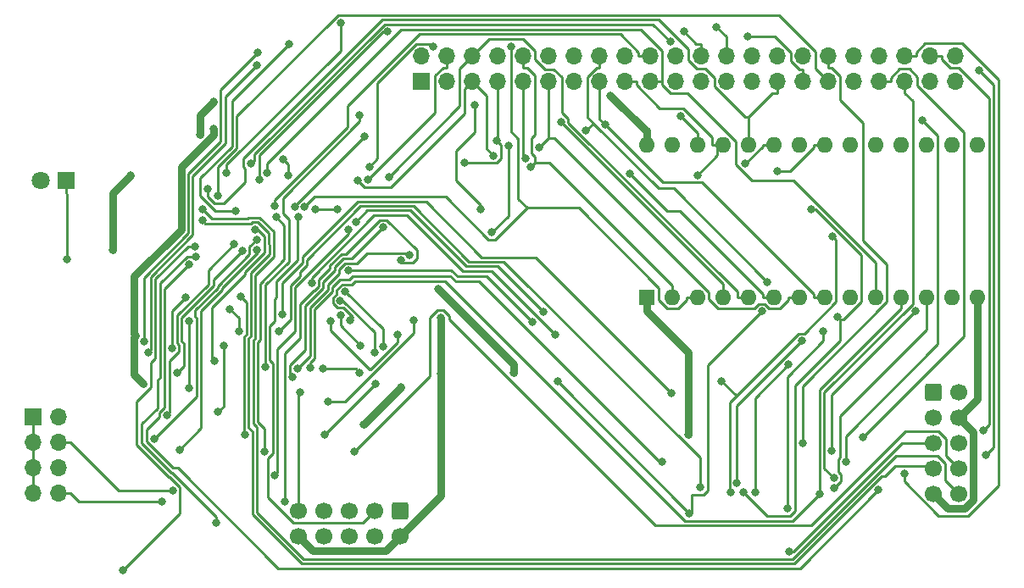
<source format=gbr>
G04 #@! TF.GenerationSoftware,KiCad,Pcbnew,8.0.1*
G04 #@! TF.CreationDate,2024-04-11T14:17:07+02:00*
G04 #@! TF.ProjectId,tipi,74697069-2e6b-4696-9361-645f70636258,2*
G04 #@! TF.SameCoordinates,Original*
G04 #@! TF.FileFunction,Copper,L2,Bot*
G04 #@! TF.FilePolarity,Positive*
%FSLAX46Y46*%
G04 Gerber Fmt 4.6, Leading zero omitted, Abs format (unit mm)*
G04 Created by KiCad (PCBNEW 8.0.1) date 2024-04-11 14:17:07*
%MOMM*%
%LPD*%
G01*
G04 APERTURE LIST*
G04 Aperture macros list*
%AMRoundRect*
0 Rectangle with rounded corners*
0 $1 Rounding radius*
0 $2 $3 $4 $5 $6 $7 $8 $9 X,Y pos of 4 corners*
0 Add a 4 corners polygon primitive as box body*
4,1,4,$2,$3,$4,$5,$6,$7,$8,$9,$2,$3,0*
0 Add four circle primitives for the rounded corners*
1,1,$1+$1,$2,$3*
1,1,$1+$1,$4,$5*
1,1,$1+$1,$6,$7*
1,1,$1+$1,$8,$9*
0 Add four rect primitives between the rounded corners*
20,1,$1+$1,$2,$3,$4,$5,0*
20,1,$1+$1,$4,$5,$6,$7,0*
20,1,$1+$1,$6,$7,$8,$9,0*
20,1,$1+$1,$8,$9,$2,$3,0*%
G04 Aperture macros list end*
G04 #@! TA.AperFunction,ComponentPad*
%ADD10RoundRect,0.250000X-0.600000X0.600000X-0.600000X-0.600000X0.600000X-0.600000X0.600000X0.600000X0*%
G04 #@! TD*
G04 #@! TA.AperFunction,ComponentPad*
%ADD11C,1.700000*%
G04 #@! TD*
G04 #@! TA.AperFunction,ComponentPad*
%ADD12R,1.800000X1.800000*%
G04 #@! TD*
G04 #@! TA.AperFunction,ComponentPad*
%ADD13C,1.800000*%
G04 #@! TD*
G04 #@! TA.AperFunction,ComponentPad*
%ADD14RoundRect,0.250000X-0.600000X-0.600000X0.600000X-0.600000X0.600000X0.600000X-0.600000X0.600000X0*%
G04 #@! TD*
G04 #@! TA.AperFunction,ComponentPad*
%ADD15R,1.700000X1.700000*%
G04 #@! TD*
G04 #@! TA.AperFunction,ComponentPad*
%ADD16O,1.700000X1.700000*%
G04 #@! TD*
G04 #@! TA.AperFunction,ComponentPad*
%ADD17R,1.600000X1.600000*%
G04 #@! TD*
G04 #@! TA.AperFunction,ComponentPad*
%ADD18O,1.600000X1.600000*%
G04 #@! TD*
G04 #@! TA.AperFunction,ViaPad*
%ADD19C,0.800000*%
G04 #@! TD*
G04 #@! TA.AperFunction,Conductor*
%ADD20C,0.750000*%
G04 #@! TD*
G04 #@! TA.AperFunction,Conductor*
%ADD21C,0.250000*%
G04 #@! TD*
G04 APERTURE END LIST*
D10*
X75285600Y-149021800D03*
D11*
X75285600Y-151561800D03*
X72745600Y-149021800D03*
X72745600Y-151561800D03*
X70205600Y-149021800D03*
X70205600Y-151561800D03*
X67665600Y-149021800D03*
X67665600Y-151561800D03*
X65125600Y-149021800D03*
X65125600Y-151561800D03*
D12*
X41889600Y-116027200D03*
D13*
X39349600Y-116027200D03*
D14*
X128549400Y-137160000D03*
D11*
X131089400Y-137160000D03*
X128549400Y-139700000D03*
X131089400Y-139700000D03*
X128549400Y-142240000D03*
X131089400Y-142240000D03*
X128549400Y-144780000D03*
X131089400Y-144780000D03*
X128549400Y-147320000D03*
X131089400Y-147320000D03*
D15*
X38608000Y-139598400D03*
D16*
X41148000Y-139598400D03*
X38608000Y-142138400D03*
X41148000Y-142138400D03*
X38608000Y-144678400D03*
X41148000Y-144678400D03*
X38608000Y-147218400D03*
X41148000Y-147218400D03*
D17*
X99923600Y-127635000D03*
D18*
X102463600Y-127635000D03*
X105003600Y-127635000D03*
X107543600Y-127635000D03*
X110083600Y-127635000D03*
X112623600Y-127635000D03*
X115163600Y-127635000D03*
X117703600Y-127635000D03*
X120243600Y-127635000D03*
X122783600Y-127635000D03*
X125323600Y-127635000D03*
X127863600Y-127635000D03*
X130403600Y-127635000D03*
X132943600Y-127635000D03*
X132943600Y-112395000D03*
X130403600Y-112395000D03*
X127863600Y-112395000D03*
X125323600Y-112395000D03*
X122783600Y-112395000D03*
X120243600Y-112395000D03*
X117703600Y-112395000D03*
X115163600Y-112395000D03*
X112623600Y-112395000D03*
X110083600Y-112395000D03*
X107543600Y-112395000D03*
X105003600Y-112395000D03*
X102463600Y-112395000D03*
X99923600Y-112395000D03*
D15*
X77419200Y-106070400D03*
D16*
X77419200Y-103530400D03*
X79959200Y-106070400D03*
X79959200Y-103530400D03*
X82499200Y-106070400D03*
X82499200Y-103530400D03*
X85039200Y-106070400D03*
X85039200Y-103530400D03*
X87579200Y-106070400D03*
X87579200Y-103530400D03*
X90119200Y-106070400D03*
X90119200Y-103530400D03*
X92659200Y-106070400D03*
X92659200Y-103530400D03*
X95199200Y-106070400D03*
X95199200Y-103530400D03*
X97739200Y-106070400D03*
X97739200Y-103530400D03*
X100279200Y-106070400D03*
X100279200Y-103530400D03*
X102819200Y-106070400D03*
X102819200Y-103530400D03*
X105359200Y-106070400D03*
X105359200Y-103530400D03*
X107899200Y-106070400D03*
X107899200Y-103530400D03*
X110439200Y-106070400D03*
X110439200Y-103530400D03*
X112979200Y-106070400D03*
X112979200Y-103530400D03*
X115519200Y-106070400D03*
X115519200Y-103530400D03*
X118059200Y-106070400D03*
X118059200Y-103530400D03*
X120599200Y-106070400D03*
X120599200Y-103530400D03*
X123139200Y-106070400D03*
X123139200Y-103530400D03*
X125679200Y-106070400D03*
X125679200Y-103530400D03*
X128219200Y-106070400D03*
X128219200Y-103530400D03*
X130759200Y-106070400D03*
X130759200Y-103530400D03*
D19*
X64084200Y-115493800D03*
X57669000Y-132511800D03*
X71675100Y-140343000D03*
X75402051Y-136616049D03*
X63576200Y-113893600D03*
X49653500Y-136318000D03*
X57123100Y-139125000D03*
X56632100Y-110816000D03*
X53401800Y-120882000D03*
X86614400Y-135210000D03*
X79065800Y-126795000D03*
X48874800Y-131461000D03*
X55264200Y-111382000D03*
X67538600Y-134823200D03*
X79309700Y-129735000D03*
X48361600Y-115468000D03*
X58293000Y-128880000D03*
X83286600Y-118846600D03*
X66827400Y-118872000D03*
X56632100Y-108112000D03*
X69037200Y-118872000D03*
X71247000Y-135178800D03*
X59156600Y-131039000D03*
X46609000Y-122958000D03*
X79324200Y-135255000D03*
X82753200Y-108483400D03*
X96282700Y-107497000D03*
X104114000Y-141388000D03*
X65088100Y-119642000D03*
X65317500Y-137125000D03*
X72092000Y-115933000D03*
X84602900Y-113491000D03*
X71027300Y-115968000D03*
X112992000Y-115030000D03*
X74142600Y-115646200D03*
X84912400Y-112038000D03*
X81727500Y-114167000D03*
X109783000Y-114304000D03*
X98198600Y-115319000D03*
X72199500Y-114604000D03*
X78570200Y-102614000D03*
X87820300Y-113750000D03*
X88345900Y-114642000D03*
X89147800Y-112664000D03*
X86402500Y-102611000D03*
X65751900Y-118593000D03*
X95743400Y-110408000D03*
X111955000Y-126131000D03*
X93864200Y-110985000D03*
X71706000Y-111586000D03*
X64750100Y-118641000D03*
X89567600Y-129087000D03*
X104996000Y-115461000D03*
X70870600Y-120133000D03*
X91343000Y-110130000D03*
X61997400Y-115195532D03*
X62769100Y-118569000D03*
X53831900Y-127642000D03*
X50098400Y-133180000D03*
X52487500Y-132717000D03*
X60955600Y-104490000D03*
X103633000Y-101123000D03*
X49679000Y-132089000D03*
X61053100Y-103220000D03*
X58851800Y-119024000D03*
X106899000Y-100636000D03*
X64166300Y-102318000D03*
X56100300Y-116798000D03*
X74046900Y-101099000D03*
X61272400Y-115886000D03*
X60389700Y-114334000D03*
X110010000Y-101605000D03*
X102254000Y-102075000D03*
X57962800Y-115214000D03*
X69356200Y-100212000D03*
X57095500Y-117526000D03*
X121516000Y-141654000D03*
X133540000Y-140923000D03*
X125634000Y-145304000D03*
X115475000Y-142218000D03*
X118614000Y-145716000D03*
X133781000Y-143417000D03*
X133123000Y-105013000D03*
X126780000Y-129047000D03*
X118393000Y-142996000D03*
X119787000Y-144115000D03*
X127445000Y-109969000D03*
X62884500Y-119631000D03*
X70726900Y-143107000D03*
X61716300Y-143107000D03*
X63520800Y-129389000D03*
X102394000Y-137254000D03*
X55523400Y-120003000D03*
X54813200Y-122555000D03*
X47638600Y-154912000D03*
X114139000Y-153080000D03*
X55530200Y-118880000D03*
X54864000Y-123571000D03*
X56873100Y-150220000D03*
X56750889Y-134040680D03*
X60839000Y-120919000D03*
X70159500Y-120889000D03*
X52566300Y-146958000D03*
X62779300Y-145477000D03*
X73565300Y-120662000D03*
X64520619Y-135641936D03*
X63737000Y-148060000D03*
X75370200Y-123987000D03*
X51465200Y-148060000D03*
X54186200Y-136740000D03*
X68067900Y-138125000D03*
X76631800Y-129921000D03*
X54206000Y-130004000D03*
X70101500Y-124974000D03*
X88504600Y-130150000D03*
X61811200Y-134584000D03*
X71257100Y-109501000D03*
X103270000Y-109518000D03*
X76251300Y-123451000D03*
X84458700Y-121177000D03*
X86081900Y-112490000D03*
X65072892Y-134748908D03*
X63143700Y-131072000D03*
X105253000Y-146635000D03*
X111408000Y-129046000D03*
X72855300Y-136288000D03*
X104180000Y-149272000D03*
X67790300Y-141353000D03*
X90996750Y-136056350D03*
X59342400Y-127610000D03*
X59781300Y-141353000D03*
X101412000Y-144072000D03*
X66344800Y-134696200D03*
X66438600Y-126255000D03*
X115425000Y-132019000D03*
X90805800Y-131403000D03*
X108936000Y-146208000D03*
X109588000Y-147132000D03*
X116352000Y-118827000D03*
X68310100Y-130033000D03*
X118962000Y-129625000D03*
X75057000Y-131373000D03*
X73570700Y-132570000D03*
X113954000Y-148732000D03*
X117552000Y-131086000D03*
X69817700Y-127092000D03*
X69326900Y-129451000D03*
X107394000Y-136038000D03*
X118438000Y-121543000D03*
X108320000Y-147142000D03*
X71331700Y-132490000D03*
X110759000Y-147103000D03*
X72731000Y-133147000D03*
X114094000Y-134385000D03*
X69306700Y-127998000D03*
X123060000Y-146915000D03*
X118642000Y-146718000D03*
X54215100Y-124389000D03*
X70263700Y-129961000D03*
X117229000Y-147349000D03*
X42018900Y-123834000D03*
X60943800Y-121921000D03*
X50705500Y-141772000D03*
X60982800Y-122923000D03*
X53229800Y-142877000D03*
X59529300Y-122981000D03*
X53027500Y-135176000D03*
X58706100Y-122368000D03*
X51982700Y-139468000D03*
D20*
X48874800Y-131461000D02*
X48702300Y-131633000D01*
X56632100Y-110816000D02*
X56632100Y-111395000D01*
X53401800Y-120882000D02*
X48706000Y-125578000D01*
X71675100Y-140343000D02*
X75402051Y-136616049D01*
X48706000Y-131292000D02*
X48874800Y-131461000D01*
X86614400Y-135210000D02*
X86614400Y-134344000D01*
D21*
X57669000Y-138579000D02*
X57669000Y-132511800D01*
X57123100Y-139125000D02*
X57669000Y-138579000D01*
D20*
X53401800Y-114626000D02*
X53401800Y-120882000D01*
D21*
X64084200Y-115493800D02*
X64084200Y-114401600D01*
D20*
X48706000Y-125578000D02*
X48706000Y-131292000D01*
X56632100Y-111395000D02*
X53401800Y-114626000D01*
X48702300Y-131633000D02*
X48702300Y-135366000D01*
X48702300Y-135366000D02*
X49653500Y-136318000D01*
X86614400Y-134344000D02*
X79065800Y-126795000D01*
D21*
X64084200Y-114401600D02*
X63576200Y-113893600D01*
X128549400Y-147320400D02*
X128549400Y-147320000D01*
D20*
X128549400Y-147320400D02*
X128549000Y-147320000D01*
X131831000Y-138958400D02*
X131089000Y-139700000D01*
D21*
X83286600Y-118414800D02*
X83286600Y-118846600D01*
X65125600Y-151562000D02*
X65125600Y-151561800D01*
D20*
X66567400Y-153004000D02*
X65125600Y-151562000D01*
D21*
X132943600Y-130143600D02*
X132943600Y-127635000D01*
D20*
X132944000Y-127635000D02*
X132944000Y-130144000D01*
D21*
X80873600Y-116001800D02*
X83286600Y-118414800D01*
D20*
X131686000Y-148779000D02*
X130009000Y-148779000D01*
D21*
X132944000Y-130144000D02*
X132943600Y-130143600D01*
X75285700Y-151562000D02*
X75285600Y-151561900D01*
D20*
X132944000Y-132653000D02*
X132944000Y-137846000D01*
D21*
X128914000Y-147685000D02*
X128549400Y-147320400D01*
X75285600Y-151562000D02*
X75285700Y-151562000D01*
D20*
X79309700Y-134848594D02*
X79324200Y-134863094D01*
D21*
X82753200Y-111125000D02*
X80873600Y-113004600D01*
X75285600Y-151561900D02*
X75285600Y-151561800D01*
D20*
X75285700Y-151562000D02*
X75285600Y-151562000D01*
D21*
X59156600Y-129743600D02*
X59156600Y-131039000D01*
D20*
X79324204Y-147523496D02*
X79324204Y-135255004D01*
X128914000Y-147685000D02*
X128549400Y-147320400D01*
X79309700Y-129735000D02*
X79309700Y-134848594D01*
X132561000Y-141172000D02*
X132561000Y-147904000D01*
D21*
X66827400Y-118872000D02*
X69037200Y-118872000D01*
D20*
X55264200Y-109480000D02*
X55264200Y-111382000D01*
X73843800Y-153004000D02*
X66567400Y-153004000D01*
D21*
X132944000Y-130144000D02*
X132944000Y-127635000D01*
X70891400Y-134823200D02*
X71247000Y-135178800D01*
X80873600Y-113004600D02*
X80873600Y-116001800D01*
X82753200Y-108483400D02*
X82753200Y-111125000D01*
D20*
X131089000Y-139700000D02*
X132561000Y-141172000D01*
X75285600Y-151562000D02*
X73843800Y-153004000D01*
X130009000Y-148779000D02*
X129279000Y-148050000D01*
X46609000Y-117221000D02*
X46609000Y-122958000D01*
D21*
X67538600Y-134823200D02*
X70891400Y-134823200D01*
D20*
X132561000Y-147904000D02*
X131686000Y-148779000D01*
D21*
X132944000Y-132653000D02*
X132944000Y-130144000D01*
X131831000Y-138958400D02*
X131089400Y-139700000D01*
D20*
X75285700Y-151562000D02*
X79324204Y-147523496D01*
X132944000Y-130144000D02*
X132944000Y-132653000D01*
X129279000Y-148050000D02*
X128914000Y-147685000D01*
X56632100Y-108112000D02*
X55264200Y-109480000D01*
X79324204Y-135255004D02*
X79324200Y-135255000D01*
D21*
X129279000Y-148050000D02*
X128914000Y-147685000D01*
X128549400Y-147320400D02*
X128549000Y-147320000D01*
D20*
X48361600Y-115468000D02*
X46609000Y-117221000D01*
X132944000Y-137846000D02*
X131831000Y-138958400D01*
D21*
X58293000Y-128880000D02*
X59156600Y-129743600D01*
D20*
X79324200Y-134863094D02*
X79324200Y-135255000D01*
X104114000Y-133202000D02*
X99923600Y-129012000D01*
X99803900Y-111018000D02*
X96282700Y-107497000D01*
X99923600Y-111018000D02*
X99803900Y-111018000D01*
X99923600Y-129012000D02*
X99923600Y-127635000D01*
X99923600Y-112395000D02*
X99923600Y-111018000D01*
X104114000Y-141388000D02*
X104114000Y-133202000D01*
D21*
X62794000Y-127850000D02*
X62956000Y-127688000D01*
X65070900Y-119660000D02*
X65088100Y-119642000D01*
X62956000Y-127688000D02*
X62956000Y-126089000D01*
X62272300Y-130557000D02*
X62794000Y-130035000D01*
X71562400Y-150205000D02*
X64634100Y-150205000D01*
X62052500Y-147623000D02*
X62052500Y-143798000D01*
X62272300Y-133949084D02*
X62272300Y-130557000D01*
X62794000Y-130035000D02*
X62794000Y-127850000D01*
X62586200Y-143264300D02*
X62586200Y-134262984D01*
X65070900Y-123974000D02*
X65070900Y-119660000D01*
X64634100Y-150205000D02*
X62052500Y-147623000D01*
X62586200Y-134262984D02*
X62272300Y-133949084D01*
X62956000Y-126089000D02*
X65070900Y-123974000D01*
X62052500Y-143798000D02*
X62586200Y-143264300D01*
X72745600Y-149021800D02*
X71562400Y-150205000D01*
X65125600Y-137317000D02*
X65317500Y-137125000D01*
X65125600Y-149022000D02*
X65125600Y-149021800D01*
X65125600Y-149021800D02*
X65125600Y-137317000D01*
X79959200Y-104707000D02*
X79591400Y-104707000D01*
X78782500Y-105516000D02*
X78782500Y-109243000D01*
X79959200Y-103530400D02*
X79959200Y-104707000D01*
X79591400Y-104707000D02*
X78782500Y-105516000D01*
X79959200Y-103530000D02*
X79959200Y-103530400D01*
X78782500Y-109243000D02*
X72092000Y-115933000D01*
X74369400Y-116664000D02*
X81737200Y-109296200D01*
X117703600Y-112395000D02*
X116577000Y-112395000D01*
X71722900Y-116664000D02*
X74369400Y-116664000D01*
X117704000Y-112395000D02*
X117703600Y-112395000D01*
X84602900Y-113491000D02*
X83921600Y-112809700D01*
X82499200Y-106070400D02*
X82499200Y-106070000D01*
X71027300Y-115968000D02*
X71722900Y-116664000D01*
X81737200Y-109296200D02*
X81737200Y-106832400D01*
X116577000Y-112395000D02*
X116577000Y-112677000D01*
X116577000Y-112677000D02*
X114223000Y-115030000D01*
X114223000Y-115030000D02*
X112992000Y-115030000D01*
X83921600Y-112809700D02*
X83921600Y-107492800D01*
X83921600Y-107492800D02*
X82499200Y-106070400D01*
X81737200Y-106832400D02*
X82499200Y-106070400D01*
X90625500Y-104856000D02*
X89765700Y-104856000D01*
X92069700Y-109829000D02*
X91440500Y-109200000D01*
X92069700Y-110218000D02*
X92069700Y-109829000D01*
X81229300Y-108559500D02*
X74142600Y-115646200D01*
X82499600Y-103530000D02*
X81229300Y-104800300D01*
X88755900Y-103846000D02*
X88755900Y-103031000D01*
X108957000Y-127105000D02*
X92069700Y-110218000D01*
X110084000Y-127635000D02*
X110083600Y-127635000D01*
X108957000Y-127635000D02*
X108957000Y-127105000D01*
X82499600Y-103530000D02*
X82499200Y-103530400D01*
X88755900Y-103031000D02*
X87544500Y-101819000D01*
X89765700Y-104856000D02*
X88755900Y-103846000D01*
X110083600Y-127635000D02*
X108957000Y-127635000D01*
X91440500Y-109200000D02*
X91440500Y-105671000D01*
X91440500Y-105671000D02*
X90625500Y-104856000D01*
X84210600Y-101819000D02*
X82499600Y-103530000D01*
X81229300Y-104800300D02*
X81229300Y-108559500D01*
X87544500Y-101819000D02*
X84210600Y-101819000D01*
X111497000Y-112395000D02*
X111497000Y-112590000D01*
X85337200Y-113785000D02*
X84903900Y-114218000D01*
X112623600Y-112395000D02*
X111497000Y-112395000D01*
X85039200Y-106070400D02*
X85039200Y-111911000D01*
X85039200Y-111911000D02*
X84912400Y-112038000D01*
X85337200Y-112463000D02*
X85337200Y-113785000D01*
X84903900Y-114218000D02*
X81778800Y-114218000D01*
X111497000Y-112590000D02*
X109783000Y-114304000D01*
X84912400Y-112038000D02*
X85337200Y-112463000D01*
X85039200Y-106070000D02*
X85039200Y-106070400D01*
X81778800Y-114218000D02*
X81727500Y-114167000D01*
X112624000Y-112395000D02*
X112623600Y-112395000D01*
X101942000Y-119063000D02*
X98198600Y-115319000D01*
X103205000Y-119063000D02*
X101942000Y-119063000D01*
X73033800Y-113770000D02*
X73033800Y-106245000D01*
X112623600Y-127635000D02*
X111497000Y-127635000D01*
X111497000Y-127355000D02*
X103205000Y-119063000D01*
X76924800Y-102354000D02*
X78310400Y-102354000D01*
X111497000Y-127635000D02*
X111497000Y-127355000D01*
X73033800Y-106245000D02*
X76924800Y-102354000D01*
X112624000Y-127635000D02*
X112623600Y-127635000D01*
X72199500Y-114604000D02*
X73033800Y-113770000D01*
X78310400Y-102354000D02*
X78570200Y-102614000D01*
X87820300Y-113750000D02*
X87579200Y-113509000D01*
X87579200Y-106070400D02*
X87579200Y-106070000D01*
X87579200Y-113509000D02*
X87579200Y-106070400D01*
X88421100Y-113279000D02*
X88421100Y-111726000D01*
X87579200Y-104707000D02*
X87579200Y-103530400D01*
X102464000Y-127634600D02*
X102464000Y-127072000D01*
X88421100Y-111726000D02*
X88755900Y-111391000D01*
X88755900Y-111391000D02*
X88755900Y-105516000D01*
X102464000Y-126508000D02*
X102464000Y-127072000D01*
X88755900Y-114232000D02*
X88345900Y-114642000D01*
X102463600Y-127635000D02*
X102464000Y-127634600D01*
X87579200Y-103530400D02*
X87579200Y-103530000D01*
X88755900Y-105516000D02*
X87947000Y-104707000D01*
X88755900Y-114232000D02*
X90186900Y-114232000D01*
X87947000Y-104707000D02*
X87579200Y-104707000D01*
X90186900Y-114232000D02*
X102464000Y-126508000D01*
X88755900Y-113614000D02*
X88421100Y-113279000D01*
X88755900Y-114232000D02*
X88755900Y-113614000D01*
X90119200Y-106070400D02*
X90119200Y-111713000D01*
X110665000Y-128762000D02*
X107023000Y-128762000D01*
X115163600Y-127635000D02*
X114037000Y-127635000D01*
X115164000Y-127635000D02*
X115163600Y-127635000D01*
X90098900Y-111713000D02*
X89147800Y-112664000D01*
X107023000Y-128762000D02*
X106130000Y-127869000D01*
X106130000Y-127869000D02*
X106130000Y-127153000D01*
X90690500Y-111713000D02*
X90119200Y-111713000D01*
X113192000Y-128762000D02*
X112152000Y-128762000D01*
X90119200Y-106070000D02*
X90119200Y-106070400D01*
X111108000Y-128319000D02*
X110665000Y-128762000D01*
X106130000Y-127153000D02*
X90690500Y-111713000D01*
X114037000Y-127917000D02*
X113192000Y-128762000D01*
X114037000Y-127635000D02*
X114037000Y-127917000D01*
X112152000Y-128762000D02*
X111710000Y-128319000D01*
X111710000Y-128319000D02*
X111108000Y-128319000D01*
X90119200Y-111713000D02*
X90098900Y-111713000D01*
X86402500Y-102611000D02*
X86334600Y-102678900D01*
X103877000Y-127635000D02*
X105003600Y-127635000D01*
X87969100Y-118709000D02*
X93110200Y-118709000D01*
X87093500Y-111808000D02*
X87093500Y-117833000D01*
X84116500Y-121904000D02*
X84774200Y-121904000D01*
X66719800Y-117626000D02*
X79838500Y-117626000D01*
X87093500Y-117833000D02*
X87969100Y-118709000D01*
X86334600Y-102678900D02*
X86334600Y-111049100D01*
X93110200Y-118709000D02*
X101121000Y-126720000D01*
X84774200Y-121904000D02*
X87969100Y-118709000D01*
X65751900Y-118593000D02*
X66719800Y-117626000D01*
X101995000Y-128762000D02*
X103032000Y-128762000D01*
X103877000Y-127917000D02*
X103877000Y-127635000D01*
X86334600Y-111049100D02*
X87093500Y-111808000D01*
X103032000Y-128762000D02*
X103877000Y-127917000D01*
X105003600Y-127635000D02*
X105004000Y-127635000D01*
X79838500Y-117626000D02*
X84116500Y-121904000D01*
X101121000Y-127888000D02*
X101995000Y-128762000D01*
X101121000Y-126720000D02*
X101121000Y-127888000D01*
X105411000Y-116188000D02*
X116577000Y-127353000D01*
X95199200Y-106070400D02*
X95199200Y-109864000D01*
X95743400Y-110408000D02*
X101523000Y-116188000D01*
X95199200Y-106070000D02*
X95199200Y-106070400D01*
X101523000Y-116188000D02*
X105411000Y-116188000D01*
X116577000Y-127635000D02*
X117703600Y-127635000D01*
X116577000Y-127353000D02*
X116577000Y-127635000D01*
X95199200Y-109864000D02*
X95743400Y-110408000D01*
X117703600Y-127635000D02*
X117704000Y-127635000D01*
X64750100Y-118641000D02*
X64750100Y-118542000D01*
X102615000Y-116791000D02*
X111955000Y-126131000D01*
X93972700Y-105633000D02*
X93972700Y-109679000D01*
X95199200Y-104707000D02*
X94898300Y-104707000D01*
X94898300Y-104707000D02*
X93972700Y-105633000D01*
X93972700Y-109679000D02*
X94571500Y-110278000D01*
X94571500Y-110278000D02*
X93864200Y-110985000D01*
X64750100Y-118542000D02*
X71706000Y-111586000D01*
X101085000Y-116791000D02*
X102615000Y-116791000D01*
X95199200Y-103530400D02*
X95199200Y-104707000D01*
X95199200Y-103530000D02*
X95199200Y-103530400D01*
X94571500Y-110278000D02*
X101085000Y-116791000D01*
X98915900Y-106070000D02*
X97739600Y-106070000D01*
X72010900Y-118992000D02*
X70870600Y-120133000D01*
X106417000Y-111637000D02*
X103536000Y-108756000D01*
X106417000Y-112395000D02*
X106417000Y-111637000D01*
X106980000Y-112395000D02*
X106980000Y-113476000D01*
X76321400Y-118992000D02*
X72010900Y-118992000D01*
X101234000Y-108756000D02*
X98915900Y-106438000D01*
X103536000Y-108756000D02*
X101234000Y-108756000D01*
X97739600Y-106070000D02*
X97739200Y-106070400D01*
X107544000Y-112395000D02*
X107543600Y-112395000D01*
X98915900Y-106438000D02*
X98915900Y-106070000D01*
X85043900Y-124563000D02*
X81892100Y-124563000D01*
X89567600Y-129087000D02*
X85043900Y-124563000D01*
X81892100Y-124563000D02*
X76321400Y-118992000D01*
X106980000Y-112395000D02*
X106417000Y-112395000D01*
X107543600Y-112395000D02*
X106980000Y-112395000D01*
X106980000Y-113476000D02*
X104996000Y-115461000D01*
X107544000Y-126331000D02*
X107544000Y-126983000D01*
X107544000Y-127634600D02*
X107544000Y-126983000D01*
X107543600Y-127635000D02*
X107544000Y-127634600D01*
X91343000Y-110130000D02*
X107544000Y-126331000D01*
X99316900Y-100880000D02*
X101456000Y-103019000D01*
X114569000Y-116002000D02*
X122784000Y-124218000D01*
X101456000Y-106070000D02*
X100280000Y-106070000D01*
X108816000Y-112062000D02*
X108816000Y-114366000D01*
X100280000Y-106070000D02*
X100279600Y-106070000D01*
X100279600Y-106070000D02*
X100279200Y-106070400D01*
X61997400Y-115195532D02*
X61997400Y-114253200D01*
X102265000Y-107247000D02*
X104002000Y-107247000D01*
X61997400Y-114253200D02*
X75370600Y-100880000D01*
X122783600Y-127635000D02*
X122783600Y-126508300D01*
X104002000Y-107247000D02*
X108816000Y-112062000D01*
X101456000Y-103019000D02*
X101456000Y-106070000D01*
X108816000Y-114366000D02*
X110453000Y-116002000D01*
X75370600Y-100880000D02*
X99316900Y-100880000D01*
X122783600Y-126508300D02*
X122784000Y-126507900D01*
X122784000Y-126507900D02*
X122784000Y-125926000D01*
X101456000Y-106070000D02*
X101456000Y-106438000D01*
X122784000Y-124218000D02*
X122784000Y-125926000D01*
X110453000Y-116002000D02*
X114569000Y-116002000D01*
X101456000Y-106438000D02*
X102265000Y-107247000D01*
X99102500Y-103163000D02*
X97272800Y-101333000D01*
X77259500Y-101333000D02*
X70053200Y-108539000D01*
X97272800Y-101333000D02*
X77259500Y-101333000D01*
X100278800Y-103530000D02*
X99102500Y-103530000D01*
X100279000Y-103530000D02*
X100278800Y-103530000D01*
X70053200Y-110646000D02*
X62769100Y-117930000D01*
X70053200Y-108539000D02*
X70053200Y-110646000D01*
X100278800Y-103530000D02*
X100279200Y-103530400D01*
X62769100Y-117930000D02*
X62769100Y-118569000D01*
X99102500Y-103530000D02*
X99102500Y-103163000D01*
X52487500Y-128987000D02*
X52487500Y-132717000D01*
X50405700Y-125622888D02*
X50405700Y-132873000D01*
X50405700Y-132873000D02*
X50098400Y-133180000D01*
X57810600Y-112302000D02*
X54580300Y-115532000D01*
X53831900Y-127642000D02*
X52487500Y-128987000D01*
X54580300Y-121448288D02*
X50405700Y-125622888D01*
X57810600Y-107635000D02*
X57810600Y-112302000D01*
X54580300Y-115532000D02*
X54580300Y-121448288D01*
X60955600Y-104490000D02*
X57810600Y-107635000D01*
X57358900Y-112115000D02*
X54128600Y-115345000D01*
X49679000Y-125713192D02*
X49679000Y-132089000D01*
X103633000Y-101123000D02*
X104863000Y-102354000D01*
X105359200Y-102942200D02*
X105359000Y-102942000D01*
X61053100Y-103220000D02*
X57358900Y-106914000D01*
X57358900Y-106914000D02*
X57358900Y-112115000D01*
X105359200Y-103530400D02*
X105359200Y-102942200D01*
X105359000Y-102354000D02*
X105359000Y-102942000D01*
X104863000Y-102354000D02*
X105359000Y-102354000D01*
X54128600Y-121263592D02*
X49679000Y-125713192D01*
X54128600Y-115345000D02*
X54128600Y-121263592D01*
X58487400Y-107996000D02*
X58487400Y-112582000D01*
X107899200Y-102109700D02*
X107899200Y-103530400D01*
X106899000Y-100636000D02*
X107899000Y-101636000D01*
X55327400Y-117545000D02*
X56806800Y-119024000D01*
X55327400Y-115742000D02*
X55327400Y-117545000D01*
X107899000Y-102109500D02*
X107899200Y-102109700D01*
X64166300Y-102318000D02*
X58487400Y-107996000D01*
X107899000Y-102109500D02*
X107899000Y-102583000D01*
X58487400Y-112582000D02*
X55327400Y-115742000D01*
X107899000Y-101636000D02*
X107899000Y-102109500D01*
X56806800Y-119024000D02*
X58851800Y-119024000D01*
X112439000Y-107247000D02*
X112979000Y-107247000D01*
X104089000Y-103961000D02*
X104928000Y-104800000D01*
X112979000Y-107247000D02*
X112979000Y-106952500D01*
X101122000Y-99915800D02*
X104089000Y-102882000D01*
X105768000Y-104800000D02*
X106722000Y-105755000D01*
X56100300Y-117611000D02*
X56754400Y-118265000D01*
X59662000Y-113786000D02*
X73532400Y-99915800D01*
X56100300Y-116798000D02*
X56100300Y-117611000D01*
X73532400Y-99915800D02*
X101122000Y-99915800D01*
X112979000Y-106952500D02*
X112979200Y-106952300D01*
X112979200Y-106952300D02*
X112979200Y-106070400D01*
X110084000Y-109602000D02*
X112439000Y-107247000D01*
X110084000Y-110300000D02*
X110084000Y-110998000D01*
X106722000Y-106614000D02*
X109711000Y-109602000D01*
X110083600Y-110300400D02*
X110083600Y-112395000D01*
X104089000Y-102882000D02*
X104089000Y-103961000D01*
X56754400Y-118265000D02*
X57695800Y-118265000D01*
X110084000Y-109602000D02*
X110084000Y-110300000D01*
X57695800Y-118265000D02*
X59787400Y-116174000D01*
X109711000Y-109602000D02*
X110084000Y-109602000D01*
X106722000Y-105755000D02*
X106722000Y-106614000D01*
X104928000Y-104800000D02*
X105768000Y-104800000D01*
X59787400Y-114786000D02*
X59662000Y-114661000D01*
X59662000Y-114661000D02*
X59662000Y-113786000D01*
X59787400Y-116174000D02*
X59787400Y-114786000D01*
X110084000Y-110300000D02*
X110083600Y-110300400D01*
X112979000Y-106952500D02*
X112979000Y-106658000D01*
X61272400Y-113454000D02*
X73627600Y-101099000D01*
X61272400Y-115886000D02*
X61272400Y-113454000D01*
X73627600Y-101099000D02*
X74046900Y-101099000D01*
X114342000Y-104085000D02*
X115151000Y-104894000D01*
X60688400Y-113399000D02*
X73719500Y-100368000D01*
X115519000Y-104894000D02*
X115519000Y-105482000D01*
X60688400Y-114035000D02*
X60688400Y-113399000D01*
X115519200Y-106070400D02*
X115519000Y-106070200D01*
X100546000Y-100368000D02*
X102254000Y-102075000D01*
X115519000Y-106070200D02*
X115519000Y-105482000D01*
X114342000Y-103213000D02*
X114342000Y-104085000D01*
X112735000Y-101605000D02*
X114342000Y-103213000D01*
X73719500Y-100368000D02*
X100546000Y-100368000D01*
X110010000Y-101605000D02*
X112735000Y-101605000D01*
X115151000Y-104894000D02*
X115519000Y-104894000D01*
X60389700Y-114334000D02*
X60688400Y-114035000D01*
X57962800Y-114384000D02*
X57962800Y-115214000D01*
X69356200Y-100212000D02*
X69356200Y-102991000D01*
X69356200Y-102991000D02*
X57962800Y-114384000D01*
X57095500Y-117526000D02*
X57096700Y-117524000D01*
X57096700Y-114612000D02*
X58939100Y-112769000D01*
X57096700Y-117524000D02*
X57096700Y-114612000D01*
X58939100Y-109592000D02*
X69067200Y-99464100D01*
X58939100Y-112769000D02*
X58939100Y-109592000D01*
X118059200Y-106070200D02*
X118059200Y-106070400D01*
X116789000Y-104800000D02*
X118059000Y-106070000D01*
X69067200Y-99464100D02*
X113168000Y-99464100D01*
X116789000Y-103086000D02*
X116789000Y-104800000D01*
X118059000Y-106070000D02*
X118059200Y-106070200D01*
X113168000Y-99464100D02*
X116789000Y-103086000D01*
X131597000Y-111190000D02*
X126949000Y-106543000D01*
X124316000Y-105703000D02*
X124316000Y-106070000D01*
X121516000Y-141654000D02*
X131597000Y-131574000D01*
X125166000Y-104853000D02*
X124316000Y-105703000D01*
X124316000Y-106070000D02*
X123140000Y-106070000D01*
X123139600Y-106070000D02*
X123139200Y-106070400D01*
X123140000Y-106070000D02*
X123139600Y-106070000D01*
X126949000Y-106543000D02*
X126949000Y-105640000D01*
X126949000Y-105640000D02*
X126162000Y-104853000D01*
X126162000Y-104853000D02*
X125166000Y-104853000D01*
X131597000Y-131574000D02*
X131597000Y-111190000D01*
X129396000Y-103898000D02*
X129396000Y-103530000D01*
X133540000Y-140923000D02*
X134098000Y-140365000D01*
X128220000Y-103530000D02*
X128219600Y-103530000D01*
X128219600Y-103530000D02*
X128219200Y-103530400D01*
X130205000Y-104707000D02*
X129396000Y-103898000D01*
X131065000Y-104707000D02*
X130205000Y-104707000D01*
X129396000Y-103530000D02*
X128220000Y-103530000D01*
X134098000Y-107740000D02*
X131065000Y-104707000D01*
X134098000Y-140365000D02*
X134098000Y-107740000D01*
X125679600Y-103530000D02*
X125679200Y-103530400D01*
X135023000Y-146506000D02*
X132037000Y-149491000D01*
X127710000Y-102309000D02*
X131447000Y-102309000D01*
X131447000Y-102309000D02*
X135023000Y-105885000D01*
X129056000Y-149491000D02*
X125634000Y-146069000D01*
X125679600Y-103530000D02*
X126856000Y-103530000D01*
X126856000Y-103530000D02*
X126856000Y-103163000D01*
X135023000Y-105885000D02*
X135023000Y-146506000D01*
X132037000Y-149491000D02*
X129056000Y-149491000D01*
X125634000Y-146069000D02*
X125634000Y-145304000D01*
X125679000Y-103530000D02*
X125679600Y-103530000D01*
X126856000Y-103163000D02*
X127710000Y-102309000D01*
X118059200Y-104412300D02*
X118059200Y-103530400D01*
X121544000Y-110241000D02*
X119254000Y-107951000D01*
X118360000Y-104707000D02*
X118059000Y-104707000D01*
X121544000Y-121962000D02*
X121544000Y-110241000D01*
X118059000Y-104412500D02*
X118059200Y-104412300D01*
X118059000Y-104707000D02*
X118059000Y-104412500D01*
X119254000Y-107951000D02*
X119254000Y-105600000D01*
X123925000Y-124343000D02*
X121544000Y-121962000D01*
X115475000Y-136576000D02*
X123925000Y-128126000D01*
X119254000Y-105600000D02*
X118360000Y-104707000D01*
X123925000Y-128126000D02*
X123925000Y-124343000D01*
X118059000Y-104412500D02*
X118059000Y-104118000D01*
X115475000Y-142218000D02*
X115475000Y-136576000D01*
X125679000Y-107247000D02*
X126477000Y-108045000D01*
X126477000Y-128318000D02*
X117633000Y-137162000D01*
X125679200Y-106658300D02*
X125679200Y-106070400D01*
X125679000Y-106658500D02*
X125679000Y-107247000D01*
X117633000Y-137162000D02*
X117633000Y-144735000D01*
X125679000Y-106070000D02*
X125679000Y-106658500D01*
X126477000Y-108045000D02*
X126477000Y-128318000D01*
X117633000Y-144735000D02*
X118614000Y-145716000D01*
X125679000Y-106658500D02*
X125679200Y-106658300D01*
X134550000Y-106440000D02*
X134550000Y-142648000D01*
X134550000Y-142648000D02*
X133781000Y-143417000D01*
X133123000Y-105013000D02*
X134550000Y-106440000D01*
X118393000Y-142996000D02*
X118393000Y-137435000D01*
X118393000Y-137435000D02*
X126780000Y-129047000D01*
X119787000Y-141534000D02*
X119787000Y-144115000D01*
X127445000Y-109969000D02*
X128990000Y-111514000D01*
X128990000Y-111514000D02*
X128990000Y-132331000D01*
X128990000Y-132331000D02*
X119787000Y-141534000D01*
X78269700Y-129670000D02*
X78976100Y-128964000D01*
X61716300Y-143107000D02*
X61716300Y-140754000D01*
X130235500Y-143926500D02*
X130235900Y-143926500D01*
X80163300Y-129495000D02*
X80163300Y-129871000D01*
X129819000Y-143510000D02*
X130235500Y-143926500D01*
X130235900Y-143926500D02*
X131089400Y-144780000D01*
X70726900Y-143107000D02*
X78269700Y-135564000D01*
X130235500Y-143926500D02*
X130520000Y-144211000D01*
X129819000Y-141809000D02*
X129819000Y-143510000D01*
X61053000Y-140090700D02*
X61053000Y-132147804D01*
X78269700Y-135564000D02*
X78269700Y-129670000D01*
X79632100Y-128964000D02*
X80163300Y-129495000D01*
X129040000Y-141030000D02*
X129819000Y-141809000D01*
X116332000Y-150452000D02*
X125753000Y-141030000D01*
X63715800Y-120462000D02*
X62884500Y-119631000D01*
X78976100Y-128964000D02*
X79632100Y-128964000D01*
X61281600Y-131919204D02*
X61281600Y-126327200D01*
X100744000Y-150452000D02*
X116332000Y-150452000D01*
X61281600Y-126327200D02*
X63715800Y-123893000D01*
X61053000Y-132147804D02*
X61281600Y-131919204D01*
X63715800Y-123893000D02*
X63715800Y-120462000D01*
X61716300Y-140754000D02*
X61053000Y-140090700D01*
X80163300Y-129871000D02*
X100744000Y-150452000D01*
X125753000Y-141030000D02*
X129040000Y-141030000D01*
X71074500Y-118089000D02*
X65522600Y-123641000D01*
X65522600Y-124161000D02*
X65018100Y-124666000D01*
X77881400Y-118089000D02*
X71074500Y-118089000D01*
X65018100Y-124743000D02*
X63520800Y-126240000D01*
X102394000Y-137254000D02*
X88799900Y-123660000D01*
X83452100Y-123660000D02*
X77881400Y-118089000D01*
X65522600Y-123641000D02*
X65522600Y-124161000D01*
X63520800Y-126240000D02*
X63520800Y-129389000D01*
X88799900Y-123660000D02*
X83452100Y-123660000D01*
X65018100Y-124666000D02*
X65018100Y-124743000D01*
X123379000Y-145545000D02*
X123724000Y-145545000D01*
X60537800Y-141078000D02*
X60537800Y-149343000D01*
X60153000Y-140693200D02*
X60537800Y-141078000D01*
X114665000Y-154258000D02*
X123379000Y-145545000D01*
X128294000Y-144525000D02*
X128358000Y-144588500D01*
X60392200Y-120320000D02*
X60582000Y-120130000D01*
X62220100Y-123352000D02*
X60381600Y-125190500D01*
X55523400Y-120003000D02*
X55840200Y-120320000D01*
X128358000Y-144588500D02*
X128549400Y-144779900D01*
X60582000Y-120130000D02*
X61077800Y-120130000D01*
X65452800Y-154258000D02*
X114665000Y-154258000D01*
X62160100Y-122330000D02*
X62220100Y-122390000D01*
X60381600Y-125190500D02*
X60381600Y-131546412D01*
X123724000Y-145545000D02*
X124744000Y-144525000D01*
X128549400Y-144779900D02*
X128549400Y-144780000D01*
X61077800Y-120130000D02*
X62160100Y-121212000D01*
X62160100Y-121212000D02*
X62160100Y-122330000D01*
X60537800Y-149343000D02*
X65452800Y-154258000D01*
X60381600Y-131546412D02*
X60153000Y-131775012D01*
X55840200Y-120320000D02*
X60392200Y-120320000D01*
X60153000Y-131775012D02*
X60153000Y-140693200D01*
X124744000Y-144525000D02*
X128294000Y-144525000D01*
X62220100Y-122390000D02*
X62220100Y-123352000D01*
X128358000Y-144588500D02*
X128422000Y-144652000D01*
X47638600Y-154912000D02*
X53296100Y-149255000D01*
X52212900Y-145640000D02*
X48963300Y-142390000D01*
X114533000Y-153080000D02*
X114139000Y-153080000D01*
X50405800Y-136633000D02*
X50405800Y-134206000D01*
X50405800Y-134206000D02*
X50857400Y-133754000D01*
X53296100Y-146643000D02*
X52292700Y-145640000D01*
X48963300Y-138075000D02*
X50405800Y-136633000D01*
X54109984Y-122555000D02*
X54813200Y-122555000D01*
X125373000Y-142240000D02*
X114533000Y-153080000D01*
X128549000Y-142240000D02*
X128549400Y-142240000D01*
X48963300Y-142390000D02*
X48963300Y-138075000D01*
X50857400Y-133754000D02*
X50857400Y-125807584D01*
X52292700Y-145640000D02*
X52212900Y-145640000D01*
X50857400Y-125807584D02*
X54109984Y-122555000D01*
X128549000Y-142240000D02*
X125373000Y-142240000D01*
X53296100Y-149255000D02*
X53296100Y-146643000D01*
X62688700Y-121102000D02*
X62688700Y-123643000D01*
X128959000Y-143510000D02*
X129726000Y-144277000D01*
X60989500Y-140666000D02*
X60989500Y-149156500D01*
X65640000Y-153807000D02*
X114478000Y-153807000D01*
X60831600Y-125500100D02*
X60831600Y-131732808D01*
X129726000Y-144277000D02*
X129726000Y-145956600D01*
X60603000Y-131961408D02*
X60603000Y-140279500D01*
X56487400Y-119837000D02*
X60010500Y-119837000D01*
X124775000Y-143510000D02*
X128959000Y-143510000D01*
X60603000Y-140279500D02*
X60989500Y-140666000D01*
X60169700Y-119678000D02*
X61264900Y-119678000D01*
X129726000Y-145956600D02*
X131089400Y-147320000D01*
X60989500Y-149156500D02*
X65640000Y-153807000D01*
X60831600Y-131732808D02*
X60603000Y-131961408D01*
X61264900Y-119678000D02*
X62688700Y-121102000D01*
X62688700Y-123643000D02*
X60831600Y-125500100D01*
X60010500Y-119837000D02*
X60169700Y-119678000D01*
X55530200Y-118880000D02*
X56487400Y-119837000D01*
X114478000Y-153807000D02*
X124775000Y-143510000D01*
X52480000Y-145188000D02*
X52400100Y-145188000D01*
X49462100Y-140322000D02*
X51045700Y-138738000D01*
X56873100Y-149581000D02*
X52480000Y-145188000D01*
X54005100Y-123571000D02*
X54864000Y-123571000D01*
X51309100Y-126267000D02*
X54005100Y-123571000D01*
X52400100Y-145188000D02*
X49462100Y-142250000D01*
X49462100Y-142250000D02*
X49462100Y-140322000D01*
X51045700Y-135927000D02*
X51309100Y-135663000D01*
X51309100Y-135663000D02*
X51309100Y-126267000D01*
X56873100Y-150220000D02*
X56873100Y-149581000D01*
X51045700Y-138738000D02*
X51045700Y-135927000D01*
X56502000Y-133791791D02*
X56750889Y-134040680D01*
X61708300Y-123225200D02*
X59782100Y-125151400D01*
X56502000Y-128697100D02*
X56502000Y-133791791D01*
X61064600Y-120919000D02*
X61708300Y-121563000D01*
X61708300Y-121563000D02*
X61708300Y-123225200D01*
X59782100Y-125417000D02*
X56502000Y-128697100D01*
X59782100Y-125151400D02*
X59782100Y-125417000D01*
X60839000Y-120919000D02*
X61064600Y-120919000D01*
X52566300Y-146958000D02*
X47144300Y-146958000D01*
X70159500Y-121282000D02*
X64806900Y-126635000D01*
X63036200Y-132797700D02*
X63036200Y-145220100D01*
X63036200Y-145220100D02*
X62779300Y-145477000D01*
X70159500Y-120889000D02*
X70159500Y-121282000D01*
X41148400Y-142138000D02*
X41148000Y-142138400D01*
X64806900Y-131027000D02*
X63036200Y-132797700D01*
X42324700Y-142138000D02*
X41148400Y-142138000D01*
X47144300Y-146958000D02*
X42324700Y-142138000D01*
X64806900Y-126635000D02*
X64806900Y-131027000D01*
X64297892Y-134427892D02*
X64297892Y-135419209D01*
X66926600Y-127433000D02*
X66663200Y-127697000D01*
X67617000Y-126116000D02*
X67617000Y-126743000D01*
X66926700Y-127433000D02*
X66926600Y-127433000D01*
X70432000Y-123796000D02*
X69613500Y-123796000D01*
X68749900Y-124659000D02*
X68749900Y-124983000D01*
X69613500Y-123796000D02*
X68749900Y-124659000D01*
X64297892Y-135419209D02*
X64520619Y-135641936D01*
X65811400Y-132914384D02*
X64297892Y-134427892D01*
X65811400Y-128548800D02*
X65811400Y-132914384D01*
X68749900Y-124983000D02*
X67617000Y-126116000D01*
X67617000Y-126743000D02*
X66926700Y-127433000D01*
X73565300Y-120662000D02*
X70432000Y-123796000D01*
X66663200Y-127697000D02*
X65811400Y-128548800D01*
X63737000Y-148060000D02*
X63737000Y-133292000D01*
X66663000Y-126982000D02*
X66739600Y-126982000D01*
X76978000Y-123782000D02*
X76566500Y-124193000D01*
X76566500Y-124193000D02*
X75576500Y-124193000D01*
X67165300Y-125917000D02*
X68298200Y-124784000D01*
X51465200Y-148060000D02*
X43165800Y-148060000D01*
X66739600Y-126982000D02*
X67165300Y-126556000D01*
X42324700Y-147218000D02*
X41148400Y-147218000D01*
X75576500Y-124193000D02*
X75370200Y-123987000D01*
X68298200Y-124784000D02*
X68298200Y-124472000D01*
X69856000Y-123344000D02*
X73265900Y-119934000D01*
X65312900Y-128332000D02*
X66663000Y-126982000D01*
X73265900Y-119934000D02*
X73945700Y-119934000D01*
X67165300Y-126556000D02*
X67165300Y-125917000D01*
X68298200Y-124472000D02*
X69426400Y-123344000D01*
X65312900Y-131716000D02*
X65312900Y-128332000D01*
X69426400Y-123344000D02*
X69856000Y-123344000D01*
X76978000Y-122966000D02*
X76978000Y-123782000D01*
X43165800Y-148060000D02*
X42324700Y-147218000D01*
X73945700Y-119934000D02*
X76978000Y-122966000D01*
X41148400Y-147218000D02*
X41148000Y-147218400D01*
X63737000Y-133292000D02*
X65312900Y-131716000D01*
X54206000Y-136721000D02*
X54186200Y-136740000D01*
X76631800Y-131261000D02*
X76631800Y-129921000D01*
X54206000Y-130004000D02*
X54206000Y-136721000D01*
X69768200Y-138125000D02*
X76631800Y-131261000D01*
X68067900Y-138125000D02*
X69768200Y-138125000D01*
X81001300Y-125588000D02*
X80387900Y-124974000D01*
X88504600Y-130150000D02*
X83942500Y-125588000D01*
X80387900Y-124974000D02*
X70101500Y-124974000D01*
X83942500Y-125588000D02*
X81001300Y-125588000D01*
X71257100Y-110081000D02*
X63571600Y-117766000D01*
X64167500Y-124080000D02*
X61811200Y-126436300D01*
X64167500Y-119886000D02*
X64167500Y-124080000D01*
X105004000Y-112394600D02*
X105004000Y-111832000D01*
X103270000Y-109518000D02*
X103270000Y-109535000D01*
X105003600Y-112395000D02*
X105004000Y-112394600D01*
X63571600Y-119290000D02*
X64167500Y-119886000D01*
X71257100Y-109501000D02*
X71257100Y-110081000D01*
X63571600Y-117766000D02*
X63571600Y-119290000D01*
X105004000Y-111268000D02*
X105004000Y-111832000D01*
X61811200Y-126436300D02*
X61811200Y-134584000D01*
X103270000Y-109535000D02*
X105004000Y-111268000D01*
X66294000Y-133527800D02*
X65072892Y-134748908D01*
X68068700Y-126930000D02*
X66294000Y-128704700D01*
X69201600Y-124846000D02*
X69201600Y-125286000D01*
X76251300Y-123451000D02*
X76060400Y-123260000D01*
X86081900Y-112490000D02*
X86081900Y-119554000D01*
X69201600Y-125286000D02*
X68068700Y-126419000D01*
X68068700Y-126419000D02*
X68068700Y-126930000D01*
X70973700Y-124248000D02*
X69800600Y-124248000D01*
X71961100Y-123260000D02*
X70973700Y-124248000D01*
X66294000Y-128704700D02*
X66294000Y-133527800D01*
X69800600Y-124248000D02*
X69201600Y-124846000D01*
X76060400Y-123260000D02*
X71961100Y-123260000D01*
X86081900Y-119554000D02*
X84458700Y-121177000D01*
X64355200Y-129861000D02*
X63143700Y-131072000D01*
X105253000Y-146635000D02*
X105253000Y-143712000D01*
X64355200Y-126448000D02*
X64355200Y-129861000D01*
X105253000Y-143712000D02*
X85651800Y-124111000D01*
X65260200Y-125543000D02*
X64355200Y-126448000D01*
X76602000Y-118541000D02*
X71343300Y-118541000D01*
X65260200Y-125140000D02*
X65260200Y-125543000D01*
X82172700Y-124111000D02*
X76602000Y-118541000D01*
X71343300Y-118541000D02*
X65974300Y-123910000D01*
X65974300Y-123910000D02*
X65974300Y-124425000D01*
X85651800Y-124111000D02*
X82172700Y-124111000D01*
X65974300Y-124425000D02*
X65260200Y-125140000D01*
X104368600Y-147384000D02*
X104368600Y-149083400D01*
X105980000Y-134474000D02*
X111408000Y-129046000D01*
X59781300Y-141353000D02*
X59703000Y-141274700D01*
X104368600Y-149083400D02*
X104180000Y-149272000D01*
X59703000Y-141274700D02*
X59703000Y-131588616D01*
X59931600Y-128199200D02*
X59342400Y-127610000D01*
X104180000Y-149272000D02*
X90996750Y-136088750D01*
X104368600Y-147384000D02*
X105573000Y-147384000D01*
X59703000Y-131588616D02*
X59931600Y-131360016D01*
X105980000Y-146977000D02*
X105980000Y-134474000D01*
X90996750Y-136088750D02*
X90996750Y-136056350D01*
X59931600Y-131360016D02*
X59931600Y-128199200D01*
X67790300Y-141353000D02*
X72855300Y-136288000D01*
X105573000Y-147384000D02*
X105980000Y-146977000D01*
X83187200Y-126069000D02*
X80843500Y-126069000D01*
X66751200Y-133807200D02*
X66344800Y-134213600D01*
X101412000Y-144072000D02*
X101190000Y-144072000D01*
X80307700Y-125533000D02*
X70570700Y-125533000D01*
X68520400Y-127117000D02*
X66751200Y-128886200D01*
X68520400Y-126689000D02*
X68520400Y-127117000D01*
X70190300Y-125913000D02*
X69295900Y-125913000D01*
X66751200Y-128886200D02*
X66751200Y-133807200D01*
X69295900Y-125913000D02*
X68520400Y-126689000D01*
X70570700Y-125533000D02*
X70190300Y-125913000D01*
X101190000Y-144072000D02*
X83187200Y-126069000D01*
X66344800Y-134213600D02*
X66344800Y-134696200D01*
X80843500Y-126069000D02*
X80307700Y-125533000D01*
X108936000Y-138507000D02*
X108936000Y-146208000D01*
X81533400Y-125015000D02*
X75962700Y-119444000D01*
X72687700Y-119444000D02*
X66438600Y-125693000D01*
X115425000Y-132019000D02*
X108936000Y-138507000D01*
X75962700Y-119444000D02*
X72687700Y-119444000D01*
X90805800Y-131403000D02*
X84417200Y-125015000D01*
X66438600Y-125693000D02*
X66438600Y-126255000D01*
X84417200Y-125015000D02*
X81533400Y-125015000D01*
X68310100Y-130988000D02*
X72228500Y-134907000D01*
X121375000Y-128098000D02*
X121375000Y-123448000D01*
X114749000Y-148968000D02*
X114749000Y-136478000D01*
X109588000Y-147132000D02*
X111940000Y-149484000D01*
X75057000Y-132198000D02*
X75057000Y-131373000D01*
X116754000Y-118827000D02*
X116352000Y-118827000D01*
X111940000Y-149484000D02*
X114232000Y-149484000D01*
X114232000Y-149484000D02*
X114749000Y-148968000D01*
X119202000Y-129866000D02*
X118962000Y-129625000D01*
X119607000Y-129866000D02*
X121375000Y-128098000D01*
X72228500Y-134907000D02*
X72348000Y-134907000D01*
X119202000Y-129866000D02*
X119607000Y-129866000D01*
X68310100Y-130033000D02*
X68310100Y-130988000D01*
X114749000Y-136478000D02*
X119202000Y-132024000D01*
X119202000Y-132024000D02*
X119202000Y-129866000D01*
X121375000Y-123448000D02*
X116754000Y-118827000D01*
X72348000Y-134907000D02*
X75057000Y-132198000D01*
X113954000Y-135606000D02*
X113954000Y-148732000D01*
X117552000Y-132008000D02*
X113954000Y-135606000D01*
X73570700Y-132570000D02*
X73570700Y-130845000D01*
X117552000Y-131086000D02*
X117552000Y-132008000D01*
X73570700Y-130845000D02*
X69817700Y-127092000D01*
X108876000Y-137519000D02*
X108209000Y-138186000D01*
X71331700Y-132490000D02*
X69326900Y-130486000D01*
X108876000Y-137519000D02*
X107394000Y-136038000D01*
X108209000Y-147031000D02*
X108320000Y-147142000D01*
X118842000Y-128126000D02*
X115676000Y-131292000D01*
X118842000Y-121947000D02*
X118842000Y-128126000D01*
X69326900Y-130486000D02*
X69326900Y-129451000D01*
X108209000Y-138186000D02*
X108209000Y-147031000D01*
X118438000Y-121543000D02*
X118842000Y-121947000D01*
X115676000Y-131292000D02*
X115103000Y-131292000D01*
X115103000Y-131292000D02*
X108876000Y-137519000D01*
X110759000Y-147103000D02*
X110759000Y-137720000D01*
X110759000Y-137720000D02*
X114094000Y-134385000D01*
X72731000Y-133147000D02*
X72731000Y-131167000D01*
X72731000Y-131167000D02*
X69561800Y-127998000D01*
X69561800Y-127998000D02*
X69306700Y-127998000D01*
X49970300Y-142069000D02*
X52585600Y-144685000D01*
X54215100Y-124389000D02*
X51760800Y-126843000D01*
X119059000Y-145108000D02*
X119340000Y-145389000D01*
X52585600Y-144685000D02*
X53087300Y-144685000D01*
X119340000Y-146019000D02*
X118642000Y-146718000D01*
X119059000Y-143814000D02*
X119059000Y-145108000D01*
X127864000Y-130882000D02*
X119204000Y-139542000D01*
X51256000Y-139167000D02*
X51256000Y-139615000D01*
X115247000Y-154728000D02*
X123060000Y-146915000D01*
X51760800Y-138662000D02*
X51256000Y-139167000D01*
X119340000Y-145389000D02*
X119340000Y-146019000D01*
X127864000Y-127635000D02*
X127864000Y-128091000D01*
X63130800Y-154728000D02*
X115247000Y-154728000D01*
X119204000Y-143669000D02*
X119059000Y-143814000D01*
X51760800Y-126843000D02*
X51760800Y-138662000D01*
X119204000Y-139542000D02*
X119204000Y-143669000D01*
X127864000Y-128091000D02*
X127863600Y-128090600D01*
X127863600Y-128090600D02*
X127863600Y-127635000D01*
X127864000Y-128091000D02*
X127864000Y-130882000D01*
X49970300Y-140901000D02*
X49970300Y-142069000D01*
X51256000Y-139615000D02*
X49970300Y-140901000D01*
X53087300Y-144685000D02*
X63130800Y-154728000D01*
X125324000Y-128198500D02*
X125323600Y-128198100D01*
X117173000Y-147292000D02*
X117229000Y-147349000D01*
X70817800Y-126028000D02*
X79770784Y-126028000D01*
X69649600Y-128724000D02*
X68986700Y-128724000D01*
X70560500Y-129635000D02*
X69649600Y-128724000D01*
X114465000Y-150000000D02*
X117173000Y-147292000D01*
X70480800Y-126365000D02*
X70817800Y-126028000D01*
X70560500Y-129664000D02*
X70560500Y-129635000D01*
X79770784Y-126028000D02*
X103742784Y-150000000D01*
X103742784Y-150000000D02*
X114465000Y-150000000D01*
X68972100Y-126910000D02*
X69516800Y-126365000D01*
X117173000Y-136913000D02*
X117173000Y-147292000D01*
X125324000Y-128198500D02*
X125324000Y-128762000D01*
X125324000Y-128762000D02*
X117173000Y-136913000D01*
X68986700Y-128724000D02*
X68560200Y-128298000D01*
X68560200Y-127716000D02*
X68972100Y-127304000D01*
X68972100Y-127304000D02*
X68972100Y-126910000D01*
X70263700Y-129961000D02*
X70560500Y-129664000D01*
X69516800Y-126365000D02*
X70480800Y-126365000D01*
X125324000Y-127635000D02*
X125324000Y-128198500D01*
X68560200Y-128298000D02*
X68560200Y-127716000D01*
X125323600Y-128198100D02*
X125323600Y-127635000D01*
X38608000Y-144678400D02*
X38608000Y-142138400D01*
X38608000Y-147218400D02*
X38608000Y-147218000D01*
X38608000Y-142138400D02*
X38608000Y-139598400D01*
X38608000Y-147218000D02*
X38608000Y-144678400D01*
X38608000Y-139598400D02*
X38608000Y-139598000D01*
X41889600Y-116027200D02*
X41889600Y-117254000D01*
X41889600Y-116027000D02*
X41889600Y-116027200D01*
X41889600Y-117254000D02*
X42018900Y-117383000D01*
X42018900Y-117383000D02*
X42018900Y-123834000D01*
X57073500Y-126714000D02*
X57073500Y-126571000D01*
X60256000Y-123389000D02*
X60256000Y-122609000D01*
X57073500Y-126571000D02*
X60256000Y-123389000D01*
X50705500Y-141772000D02*
X54932700Y-137545000D01*
X60256000Y-122609000D02*
X60943800Y-121921000D01*
X54836000Y-129607000D02*
X54836000Y-128952000D01*
X54836000Y-128952000D02*
X57073500Y-126714000D01*
X54932700Y-129703000D02*
X54836000Y-129607000D01*
X54932700Y-137545000D02*
X54932700Y-129703000D01*
X55384400Y-140723000D02*
X55384400Y-129516000D01*
X57525200Y-126901000D02*
X57525200Y-126758000D01*
X55367800Y-129500000D02*
X55367800Y-129058000D01*
X53229800Y-142877000D02*
X55384400Y-140723000D01*
X55384400Y-129516000D02*
X55367800Y-129500000D01*
X57525200Y-126758000D02*
X61090200Y-123194000D01*
X61090200Y-123194000D02*
X61090200Y-123030000D01*
X55367800Y-129058000D02*
X57525200Y-126901000D01*
X61090200Y-123030000D02*
X60982800Y-122923000D01*
X56621800Y-126527000D02*
X56621800Y-125888000D01*
X53479200Y-132041000D02*
X53479200Y-129670000D01*
X53666000Y-132228000D02*
X53479200Y-132041000D01*
X53666000Y-134538000D02*
X53666000Y-132228000D01*
X53479200Y-129670000D02*
X56621800Y-126527000D01*
X53027500Y-135176000D02*
X53666000Y-134538000D01*
X56621800Y-125888000D02*
X59529300Y-122981000D01*
X52261800Y-139188000D02*
X52261800Y-134057000D01*
X53214200Y-133105000D02*
X53214200Y-132414000D01*
X52261800Y-134057000D02*
X53214200Y-133105000D01*
X56118400Y-124956000D02*
X58706100Y-122368000D01*
X53214200Y-132414000D02*
X53027500Y-132228000D01*
X53027500Y-132228000D02*
X53027500Y-129482000D01*
X51982700Y-139468000D02*
X52261800Y-139188000D01*
X56118400Y-126392000D02*
X56118400Y-124956000D01*
X53027500Y-129482000D02*
X56118400Y-126392000D01*
M02*

</source>
